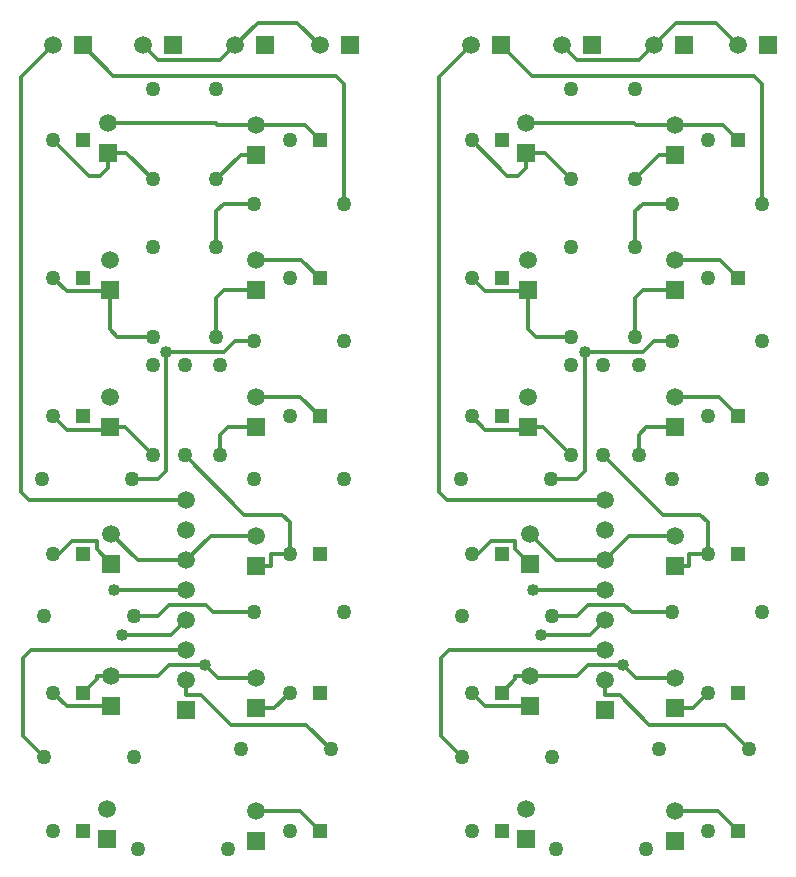
<source format=gbr>
G04 DipTrace 2.4.0.2*
%INTop.gbr*%
%MOIN*%
%ADD14C,0.013*%
%ADD15C,0.05*%
%ADD16R,0.05X0.05*%
%ADD17R,0.0591X0.0591*%
%ADD18C,0.0591*%
%ADD19C,0.05*%
%ADD20C,0.04*%
%FSLAX44Y44*%
G04*
G70*
G90*
G75*
G01*
%LNTop*%
%LPD*%
X14315Y23836D2*
D14*
X13709Y24443D1*
X12203D1*
X14315Y28443D2*
X13815Y28943D1*
X12203D1*
X9878Y13443D2*
X7473D1*
X12203Y28943D2*
X10910D1*
X10848Y29005D1*
X7253D1*
X7378Y15318D2*
X8253Y14443D1*
X9878D1*
X14315Y19230D2*
X13665Y19880D1*
X12203D1*
X9878Y14443D2*
X10690Y15255D1*
X12203D1*
Y6068D2*
X13658D1*
X14315Y5411D1*
X6440Y10018D2*
X6885Y10462D1*
Y10568D1*
X7378D1*
X10493Y10933D2*
X10921Y10505D1*
X12203D1*
X7378Y10568D2*
X8945D1*
X9310Y10933D1*
X10493D1*
X5417Y31592D2*
X4361Y30536D1*
Y16703D1*
X4620Y16443D1*
X9878D1*
X14316Y31592D2*
X13566Y32342D1*
X12254D1*
X11504Y31592D1*
X11013Y31102D1*
X8931D1*
X8441Y31592D1*
X5440Y10018D2*
X5890Y9568D1*
X7378D1*
X5440Y19230D2*
X5885Y18785D1*
X7220D1*
X7315Y18880D1*
X7815D1*
X8753Y17943D1*
X5440Y28443D2*
X6628Y27255D1*
X6993D1*
X7253Y27515D1*
Y28005D1*
X7878D1*
X8753Y27130D1*
X15119Y26318D2*
Y30315D1*
X14860Y30575D1*
X7434D1*
X6417Y31592D1*
X10878Y24880D2*
Y26058D1*
X11138Y26318D1*
X12119D1*
X9878Y12443D2*
X9368Y11933D1*
X7733D1*
X5440Y14624D2*
X5635D1*
X6080Y15069D1*
X6885D1*
Y14810D1*
X7378Y14318D1*
X9878Y11443D2*
X4683D1*
X4423Y11183D1*
Y8585D1*
X5128Y7880D1*
X8065Y17130D2*
X8938D1*
X9198Y17390D1*
Y21388D1*
X11139D1*
X11506Y21755D1*
X12119D1*
X9878Y10443D2*
Y9933D1*
X10368D1*
X11348Y8953D1*
X13868D1*
X14690Y8130D1*
X12203Y18880D2*
X11263D1*
X11003Y18620D1*
Y17943D1*
X12203Y9505D2*
X12803D1*
X13315Y10018D1*
X12203Y14255D2*
X12693D1*
Y14624D1*
X13315D1*
Y15693D1*
X13055Y15953D1*
X11805D1*
X9815Y17943D1*
X12203Y27943D2*
X11690D1*
X10878Y27130D1*
X5440Y23836D2*
X5885Y23392D1*
X7264D1*
X7315Y23443D1*
Y22140D1*
X7575Y21880D1*
X8753D1*
X12203Y23443D2*
X11138D1*
X10878Y23183D1*
Y21880D1*
X8128Y12568D2*
X8945D1*
X9310Y12933D1*
X10528D1*
X10769Y12693D1*
X12119D1*
D20*
X7473Y13443D3*
X10493Y10933D3*
X7733Y11933D3*
X9198Y21388D3*
D15*
X5440Y28443D3*
D16*
X6440D3*
D15*
X13315D3*
D16*
X14315D3*
D15*
X5440Y23836D3*
D16*
X6440D3*
D15*
X13315D3*
D16*
X14315D3*
D15*
X5440Y19230D3*
D16*
X6440D3*
D15*
X13315D3*
D16*
X14315D3*
D15*
X5440Y14624D3*
D16*
X6440D3*
D15*
X13315D3*
D16*
X14315D3*
D15*
X5440Y10018D3*
D16*
X6440D3*
D15*
X13315D3*
D16*
X14315D3*
D15*
X5440Y5411D3*
D16*
X6440D3*
D15*
X13315D3*
D16*
X14315D3*
D17*
X7253Y28005D3*
D18*
Y29005D3*
D17*
X12203Y27943D3*
D18*
Y28943D3*
D17*
X7315Y23443D3*
D18*
Y24443D3*
D17*
X12203Y23443D3*
D18*
Y24443D3*
D17*
X7315Y18880D3*
D18*
Y19880D3*
D17*
X12203Y18880D3*
D18*
Y19880D3*
D17*
X7378Y14318D3*
D18*
Y15318D3*
D17*
X12203Y14255D3*
D18*
Y15255D3*
D17*
X7378Y9568D3*
D18*
Y10568D3*
D17*
X12203Y9505D3*
D18*
Y10505D3*
D17*
X7246Y5130D3*
D18*
Y6130D3*
D17*
X12203Y5068D3*
D18*
Y6068D3*
D17*
X15316Y31592D3*
D18*
X14316D3*
D17*
X12504D3*
D18*
X11504D3*
D17*
X9441D3*
D18*
X8441D3*
D17*
X6417D3*
D18*
X5417D3*
D15*
X8753Y30130D3*
D19*
Y27130D3*
D15*
X10878Y30130D3*
D19*
Y27130D3*
D15*
X8753Y24880D3*
D19*
Y21880D3*
D15*
X10878Y24880D3*
D19*
Y21880D3*
D15*
X8753Y20943D3*
D19*
Y17943D3*
D15*
X11003Y20943D3*
D19*
Y17943D3*
D15*
X8065Y17130D3*
D19*
X5065D3*
D15*
X9815Y20943D3*
D19*
Y17943D3*
D15*
X8128Y12568D3*
D19*
X5128D3*
D15*
X14690Y8130D3*
D19*
X11690D3*
D15*
X5128Y7880D3*
D19*
X8128D3*
D15*
X8253Y4818D3*
D19*
X11253D3*
D15*
X15119Y12693D3*
D19*
X12119D3*
D15*
X15119Y17130D3*
D19*
X12119D3*
D15*
X15119Y21755D3*
D19*
X12119D3*
D15*
X15119Y26318D3*
D19*
X12119D3*
D17*
X9878Y9443D3*
D18*
Y10443D3*
Y11443D3*
Y12443D3*
Y13443D3*
Y14443D3*
Y15443D3*
Y16443D3*
X28266Y23836D2*
D14*
X27660Y24443D1*
X26154D1*
X28266Y28443D2*
X27766Y28943D1*
X26154D1*
X23829Y13443D2*
X21424D1*
X26154Y28943D2*
X24861D1*
X24799Y29005D1*
X21204D1*
X21329Y15318D2*
X22204Y14443D1*
X23829D1*
X28266Y19230D2*
X27616Y19880D1*
X26154D1*
X23829Y14443D2*
X24641Y15255D1*
X26154D1*
Y6068D2*
X27609D1*
X28266Y5411D1*
X20391Y10018D2*
X20836Y10462D1*
Y10568D1*
X21329D1*
X24444Y10933D2*
X24872Y10505D1*
X26154D1*
X21329Y10568D2*
X22896D1*
X23262Y10933D1*
X24444D1*
X19368Y31592D2*
X18312Y30536D1*
Y16703D1*
X18572Y16443D1*
X23829D1*
X28267Y31592D2*
X27517Y32342D1*
X26205D1*
X25455Y31592D1*
X24964Y31102D1*
X22882D1*
X22392Y31592D1*
X19391Y10018D2*
X19841Y9568D1*
X21329D1*
X19391Y19230D2*
X19836Y18785D1*
X21171D1*
X21266Y18880D1*
X21766D1*
X22704Y17943D1*
X19391Y28443D2*
X20579Y27255D1*
X20944D1*
X21204Y27515D1*
Y28005D1*
X21829D1*
X22704Y27130D1*
X29070Y26318D2*
Y30315D1*
X28811Y30575D1*
X21385D1*
X20368Y31592D1*
X24829Y24880D2*
Y26058D1*
X25089Y26318D1*
X26070D1*
X23829Y12443D2*
X23319Y11933D1*
X21684D1*
X19391Y14624D2*
X19586D1*
X20031Y15069D1*
X20836D1*
Y14810D1*
X21329Y14318D1*
X23829Y11443D2*
X18634D1*
X18374Y11183D1*
Y8585D1*
X19079Y7880D1*
X22016Y17130D2*
X22889D1*
X23149Y17390D1*
Y21388D1*
X25090D1*
X25458Y21755D1*
X26070D1*
X23829Y10443D2*
Y9933D1*
X24319D1*
X25299Y8953D1*
X27819D1*
X28641Y8130D1*
X26154Y18880D2*
X25214D1*
X24954Y18620D1*
Y17943D1*
X26154Y9505D2*
X26754D1*
X27266Y10018D1*
X26154Y14255D2*
X26644D1*
Y14624D1*
X27266D1*
Y15693D1*
X27006Y15953D1*
X25757D1*
X23766Y17943D1*
X26154Y27943D2*
X25641D1*
X24829Y27130D1*
X19391Y23836D2*
X19836Y23392D1*
X21215D1*
X21266Y23443D1*
Y22140D1*
X21526Y21880D1*
X22704D1*
X26154Y23443D2*
X25089D1*
X24829Y23183D1*
Y21880D1*
X22079Y12568D2*
X22896D1*
X23262Y12933D1*
X24479D1*
X24720Y12693D1*
X26070D1*
D20*
X21424Y13443D3*
X24444Y10933D3*
X21684Y11933D3*
X23149Y21388D3*
D15*
X19391Y28443D3*
D16*
X20391D3*
D15*
X27266D3*
D16*
X28266D3*
D15*
X19391Y23836D3*
D16*
X20391D3*
D15*
X27266D3*
D16*
X28266D3*
D15*
X19391Y19230D3*
D16*
X20391D3*
D15*
X27266D3*
D16*
X28266D3*
D15*
X19391Y14624D3*
D16*
X20391D3*
D15*
X27266D3*
D16*
X28266D3*
D15*
X19391Y10018D3*
D16*
X20391D3*
D15*
X27266D3*
D16*
X28266D3*
D15*
X19391Y5411D3*
D16*
X20391D3*
D15*
X27266D3*
D16*
X28266D3*
D17*
X21204Y28005D3*
D18*
Y29005D3*
D17*
X26154Y27943D3*
D18*
Y28943D3*
D17*
X21266Y23443D3*
D18*
Y24443D3*
D17*
X26154Y23443D3*
D18*
Y24443D3*
D17*
X21266Y18880D3*
D18*
Y19880D3*
D17*
X26154Y18880D3*
D18*
Y19880D3*
D17*
X21329Y14318D3*
D18*
Y15318D3*
D17*
X26154Y14255D3*
D18*
Y15255D3*
D17*
X21329Y9568D3*
D18*
Y10568D3*
D17*
X26154Y9505D3*
D18*
Y10505D3*
D17*
X21198Y5130D3*
D18*
Y6130D3*
D17*
X26154Y5068D3*
D18*
Y6068D3*
D17*
X29267Y31592D3*
D18*
X28267D3*
D17*
X26455D3*
D18*
X25455D3*
D17*
X23392D3*
D18*
X22392D3*
D17*
X20368D3*
D18*
X19368D3*
D15*
X22704Y30130D3*
D19*
Y27130D3*
D15*
X24829Y30130D3*
D19*
Y27130D3*
D15*
X22704Y24880D3*
D19*
Y21880D3*
D15*
X24829Y24880D3*
D19*
Y21880D3*
D15*
X22704Y20943D3*
D19*
Y17943D3*
D15*
X24954Y20943D3*
D19*
Y17943D3*
D15*
X22016Y17130D3*
D19*
X19016D3*
D15*
X23766Y20943D3*
D19*
Y17943D3*
D15*
X22079Y12568D3*
D19*
X19079D3*
D15*
X28641Y8130D3*
D19*
X25641D3*
D15*
X19079Y7880D3*
D19*
X22079D3*
D15*
X22204Y4818D3*
D19*
X25204D3*
D15*
X29070Y12693D3*
D19*
X26070D3*
D15*
X29070Y17130D3*
D19*
X26070D3*
D15*
X29070Y21755D3*
D19*
X26070D3*
D15*
X29070Y26318D3*
D19*
X26070D3*
D17*
X23829Y9443D3*
D18*
Y10443D3*
Y11443D3*
Y12443D3*
Y13443D3*
Y14443D3*
Y15443D3*
Y16443D3*
M02*

</source>
